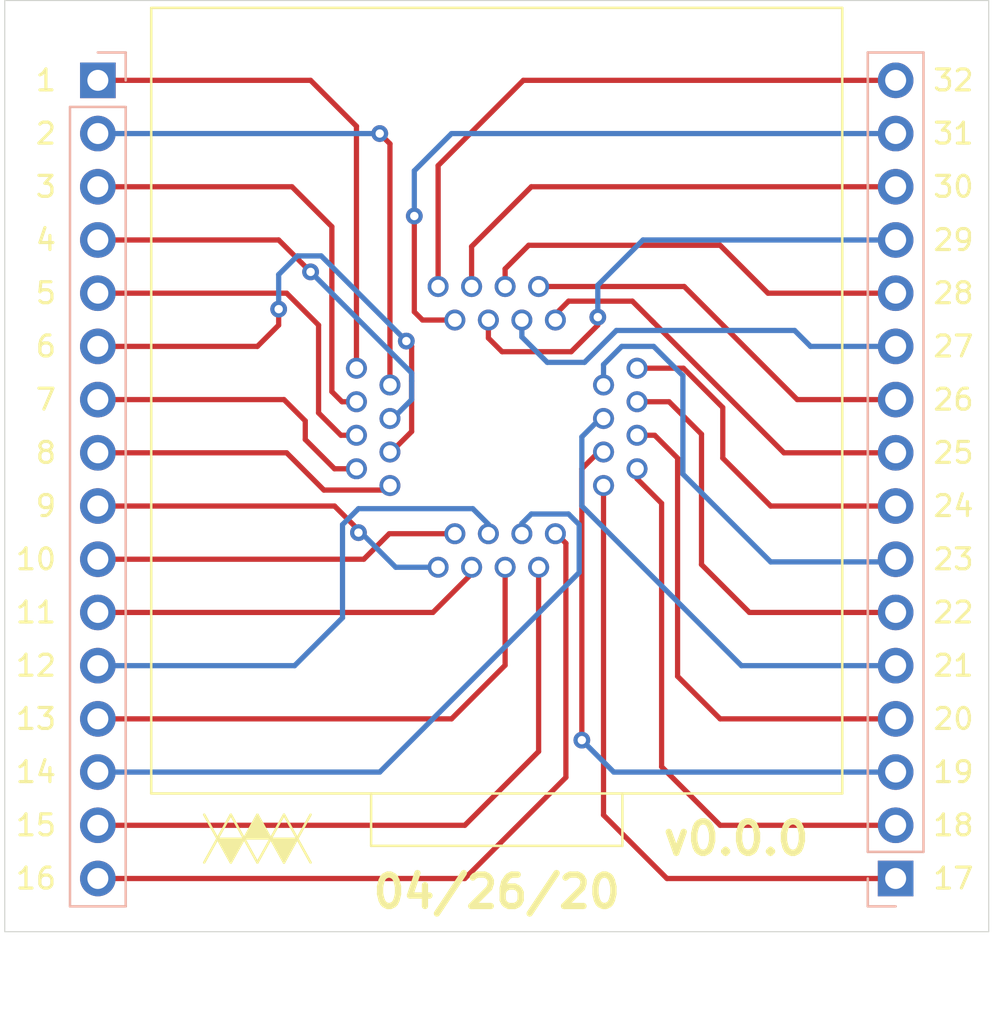
<source format=kicad_pcb>
(kicad_pcb (version 20171130) (host pcbnew "(5.1.2)-1")

  (general
    (thickness 1.6)
    (drawings 38)
    (tracks 172)
    (zones 0)
    (modules 4)
    (nets 33)
  )

  (page A4)
  (layers
    (0 F.Cu signal)
    (31 B.Cu signal)
    (32 B.Adhes user)
    (33 F.Adhes user)
    (34 B.Paste user)
    (35 F.Paste user)
    (36 B.SilkS user)
    (37 F.SilkS user)
    (38 B.Mask user)
    (39 F.Mask user)
    (40 Dwgs.User user)
    (41 Cmts.User user)
    (42 Eco1.User user)
    (43 Eco2.User user)
    (44 Edge.Cuts user)
    (45 Margin user)
    (46 B.CrtYd user)
    (47 F.CrtYd user)
    (48 B.Fab user)
    (49 F.Fab user)
  )

  (setup
    (last_trace_width 0.25)
    (trace_clearance 0.2)
    (zone_clearance 0.508)
    (zone_45_only no)
    (trace_min 0.2)
    (via_size 0.8)
    (via_drill 0.4)
    (via_min_size 0.4)
    (via_min_drill 0.3)
    (uvia_size 0.3)
    (uvia_drill 0.1)
    (uvias_allowed no)
    (uvia_min_size 0.2)
    (uvia_min_drill 0.1)
    (edge_width 0.05)
    (segment_width 0.2)
    (pcb_text_width 0.3)
    (pcb_text_size 1.5 1.5)
    (mod_edge_width 0.12)
    (mod_text_size 1 1)
    (mod_text_width 0.15)
    (pad_size 1.524 1.524)
    (pad_drill 0.762)
    (pad_to_mask_clearance 0.051)
    (solder_mask_min_width 0.25)
    (aux_axis_origin 0 0)
    (visible_elements 7FFFFFFF)
    (pcbplotparams
      (layerselection 0x010fc_ffffffff)
      (usegerberextensions false)
      (usegerberattributes false)
      (usegerberadvancedattributes false)
      (creategerberjobfile false)
      (excludeedgelayer true)
      (linewidth 0.100000)
      (plotframeref false)
      (viasonmask false)
      (mode 1)
      (useauxorigin false)
      (hpglpennumber 1)
      (hpglpenspeed 20)
      (hpglpendiameter 15.000000)
      (psnegative false)
      (psa4output false)
      (plotreference true)
      (plotvalue true)
      (plotinvisibletext false)
      (padsonsilk false)
      (subtractmaskfromsilk false)
      (outputformat 1)
      (mirror false)
      (drillshape 0)
      (scaleselection 1)
      (outputdirectory "gbr/"))
  )

  (net 0 "")
  (net 1 "Net-(J1-Pad8)")
  (net 2 "Net-(J1-Pad17)")
  (net 3 "Net-(J1-Pad19)")
  (net 4 "Net-(J1-Pad6)")
  (net 5 "Net-(J1-Pad2)")
  (net 6 "Net-(J1-Pad23)")
  (net 7 "Net-(J1-Pad21)")
  (net 8 "Net-(J1-Pad4)")
  (net 9 "Net-(J1-Pad5)")
  (net 10 "Net-(J1-Pad20)")
  (net 11 "Net-(J1-Pad3)")
  (net 12 "Net-(J1-Pad22)")
  (net 13 "Net-(J1-Pad24)")
  (net 14 "Net-(J1-Pad1)")
  (net 15 "Net-(J1-Pad18)")
  (net 16 "Net-(J1-Pad7)")
  (net 17 "Net-(J1-Pad14)")
  (net 18 "Net-(J1-Pad27)")
  (net 19 "Net-(J1-Pad12)")
  (net 20 "Net-(J1-Pad29)")
  (net 21 "Net-(J1-Pad31)")
  (net 22 "Net-(J1-Pad10)")
  (net 23 "Net-(J1-Pad9)")
  (net 24 "Net-(J1-Pad28)")
  (net 25 "Net-(J1-Pad15)")
  (net 26 "Net-(J1-Pad11)")
  (net 27 "Net-(J1-Pad30)")
  (net 28 "Net-(J1-Pad26)")
  (net 29 "Net-(J1-Pad13)")
  (net 30 "Net-(J1-Pad32)")
  (net 31 "Net-(J1-Pad25)")
  (net 32 "Net-(J1-Pad16)")

  (net_class Default "This is the default net class."
    (clearance 0.2)
    (trace_width 0.25)
    (via_dia 0.8)
    (via_drill 0.4)
    (uvia_dia 0.3)
    (uvia_drill 0.1)
    (add_net "Net-(J1-Pad1)")
    (add_net "Net-(J1-Pad10)")
    (add_net "Net-(J1-Pad11)")
    (add_net "Net-(J1-Pad12)")
    (add_net "Net-(J1-Pad13)")
    (add_net "Net-(J1-Pad14)")
    (add_net "Net-(J1-Pad15)")
    (add_net "Net-(J1-Pad16)")
    (add_net "Net-(J1-Pad17)")
    (add_net "Net-(J1-Pad18)")
    (add_net "Net-(J1-Pad19)")
    (add_net "Net-(J1-Pad2)")
    (add_net "Net-(J1-Pad20)")
    (add_net "Net-(J1-Pad21)")
    (add_net "Net-(J1-Pad22)")
    (add_net "Net-(J1-Pad23)")
    (add_net "Net-(J1-Pad24)")
    (add_net "Net-(J1-Pad25)")
    (add_net "Net-(J1-Pad26)")
    (add_net "Net-(J1-Pad27)")
    (add_net "Net-(J1-Pad28)")
    (add_net "Net-(J1-Pad29)")
    (add_net "Net-(J1-Pad3)")
    (add_net "Net-(J1-Pad30)")
    (add_net "Net-(J1-Pad31)")
    (add_net "Net-(J1-Pad32)")
    (add_net "Net-(J1-Pad4)")
    (add_net "Net-(J1-Pad5)")
    (add_net "Net-(J1-Pad6)")
    (add_net "Net-(J1-Pad7)")
    (add_net "Net-(J1-Pad8)")
    (add_net "Net-(J1-Pad9)")
  )

  (module Symbol:Logo_WM (layer F.Cu) (tedit 5EA02B73) (tstamp 5EA629F9)
    (at 121.92 109.855)
    (fp_text reference REF** (at 0 -2.286) (layer F.SilkS) hide
      (effects (font (size 1 1) (thickness 0.15)))
    )
    (fp_text value Logo_WM (at 0 2.032) (layer F.Fab)
      (effects (font (size 1 1) (thickness 0.15)))
    )
    (fp_poly (pts (xy 0.635 0) (xy 1.905 0) (xy 1.27 1.143)) (layer F.SilkS) (width 0.1))
    (fp_poly (pts (xy -0.635 0) (xy 0.635 0) (xy 0 -1.143)) (layer F.SilkS) (width 0.1))
    (fp_poly (pts (xy -1.905 0) (xy -0.635 0) (xy -1.27 1.143)) (layer F.SilkS) (width 0.1))
    (fp_line (start 1.905 0) (end 2.54 1.143) (layer F.SilkS) (width 0.12))
    (fp_line (start 2.54 -1.143) (end 1.905 0) (layer F.SilkS) (width 0.12))
    (fp_line (start -2.54 1.143) (end -1.905 0) (layer F.SilkS) (width 0.12))
    (fp_line (start -1.905 0) (end -2.54 -1.143) (layer F.SilkS) (width 0.12))
    (fp_line (start -0.635 0) (end -1.27 -1.143) (layer F.SilkS) (width 0.12))
    (fp_line (start -1.905 0) (end -1.27 1.143) (layer F.SilkS) (width 0.12))
    (fp_line (start -1.27 -1.143) (end -1.905 0) (layer F.SilkS) (width 0.12))
    (fp_line (start -1.27 1.143) (end -0.635 0) (layer F.SilkS) (width 0.12))
    (fp_line (start 1.27 -1.143) (end 0.635 0) (layer F.SilkS) (width 0.12))
    (fp_line (start 0.635 0) (end 1.27 1.143) (layer F.SilkS) (width 0.12))
    (fp_line (start 1.27 1.143) (end 1.905 0) (layer F.SilkS) (width 0.12))
    (fp_line (start 1.905 0) (end 1.27 -1.143) (layer F.SilkS) (width 0.12))
    (fp_line (start 0.635 0) (end 0 -1.143) (layer F.SilkS) (width 0.12))
    (fp_line (start 0 1.143) (end 0.635 0) (layer F.SilkS) (width 0.12))
    (fp_line (start -0.635 0) (end 0 1.143) (layer F.SilkS) (width 0.12))
    (fp_line (start 0 -1.143) (end -0.635 0) (layer F.SilkS) (width 0.12))
  )

  (module Connector_PinHeader_2.54mm:PinHeader_1x16_P2.54mm_Vertical (layer B.Cu) (tedit 59FED5CC) (tstamp 5EA607EC)
    (at 152.4 111.76)
    (descr "Through hole straight pin header, 1x16, 2.54mm pitch, single row")
    (tags "Through hole pin header THT 1x16 2.54mm single row")
    (path /5EA5C752)
    (fp_text reference J3 (at 0 2.33) (layer B.SilkS) hide
      (effects (font (size 1 1) (thickness 0.15)) (justify mirror))
    )
    (fp_text value Conn_01x16 (at 0 -40.43) (layer B.Fab)
      (effects (font (size 1 1) (thickness 0.15)) (justify mirror))
    )
    (fp_line (start -0.635 1.27) (end 1.27 1.27) (layer B.Fab) (width 0.1))
    (fp_line (start 1.27 1.27) (end 1.27 -39.37) (layer B.Fab) (width 0.1))
    (fp_line (start 1.27 -39.37) (end -1.27 -39.37) (layer B.Fab) (width 0.1))
    (fp_line (start -1.27 -39.37) (end -1.27 0.635) (layer B.Fab) (width 0.1))
    (fp_line (start -1.27 0.635) (end -0.635 1.27) (layer B.Fab) (width 0.1))
    (fp_line (start -1.33 -39.43) (end 1.33 -39.43) (layer B.SilkS) (width 0.12))
    (fp_line (start -1.33 -1.27) (end -1.33 -39.43) (layer B.SilkS) (width 0.12))
    (fp_line (start 1.33 -1.27) (end 1.33 -39.43) (layer B.SilkS) (width 0.12))
    (fp_line (start -1.33 -1.27) (end 1.33 -1.27) (layer B.SilkS) (width 0.12))
    (fp_line (start -1.33 0) (end -1.33 1.33) (layer B.SilkS) (width 0.12))
    (fp_line (start -1.33 1.33) (end 0 1.33) (layer B.SilkS) (width 0.12))
    (fp_line (start -1.8 1.8) (end -1.8 -39.9) (layer B.CrtYd) (width 0.05))
    (fp_line (start -1.8 -39.9) (end 1.8 -39.9) (layer B.CrtYd) (width 0.05))
    (fp_line (start 1.8 -39.9) (end 1.8 1.8) (layer B.CrtYd) (width 0.05))
    (fp_line (start 1.8 1.8) (end -1.8 1.8) (layer B.CrtYd) (width 0.05))
    (fp_text user %R (at 0 -19.05 270) (layer B.Fab)
      (effects (font (size 1 1) (thickness 0.15)) (justify mirror))
    )
    (pad 1 thru_hole rect (at 0 0) (size 1.7 1.7) (drill 1) (layers *.Cu *.Mask)
      (net 2 "Net-(J1-Pad17)"))
    (pad 2 thru_hole oval (at 0 -2.54) (size 1.7 1.7) (drill 1) (layers *.Cu *.Mask)
      (net 15 "Net-(J1-Pad18)"))
    (pad 3 thru_hole oval (at 0 -5.08) (size 1.7 1.7) (drill 1) (layers *.Cu *.Mask)
      (net 3 "Net-(J1-Pad19)"))
    (pad 4 thru_hole oval (at 0 -7.62) (size 1.7 1.7) (drill 1) (layers *.Cu *.Mask)
      (net 10 "Net-(J1-Pad20)"))
    (pad 5 thru_hole oval (at 0 -10.16) (size 1.7 1.7) (drill 1) (layers *.Cu *.Mask)
      (net 7 "Net-(J1-Pad21)"))
    (pad 6 thru_hole oval (at 0 -12.7) (size 1.7 1.7) (drill 1) (layers *.Cu *.Mask)
      (net 12 "Net-(J1-Pad22)"))
    (pad 7 thru_hole oval (at 0 -15.24) (size 1.7 1.7) (drill 1) (layers *.Cu *.Mask)
      (net 6 "Net-(J1-Pad23)"))
    (pad 8 thru_hole oval (at 0 -17.78) (size 1.7 1.7) (drill 1) (layers *.Cu *.Mask)
      (net 13 "Net-(J1-Pad24)"))
    (pad 9 thru_hole oval (at 0 -20.32) (size 1.7 1.7) (drill 1) (layers *.Cu *.Mask)
      (net 31 "Net-(J1-Pad25)"))
    (pad 10 thru_hole oval (at 0 -22.86) (size 1.7 1.7) (drill 1) (layers *.Cu *.Mask)
      (net 28 "Net-(J1-Pad26)"))
    (pad 11 thru_hole oval (at 0 -25.4) (size 1.7 1.7) (drill 1) (layers *.Cu *.Mask)
      (net 18 "Net-(J1-Pad27)"))
    (pad 12 thru_hole oval (at 0 -27.94) (size 1.7 1.7) (drill 1) (layers *.Cu *.Mask)
      (net 24 "Net-(J1-Pad28)"))
    (pad 13 thru_hole oval (at 0 -30.48) (size 1.7 1.7) (drill 1) (layers *.Cu *.Mask)
      (net 20 "Net-(J1-Pad29)"))
    (pad 14 thru_hole oval (at 0 -33.02) (size 1.7 1.7) (drill 1) (layers *.Cu *.Mask)
      (net 27 "Net-(J1-Pad30)"))
    (pad 15 thru_hole oval (at 0 -35.56) (size 1.7 1.7) (drill 1) (layers *.Cu *.Mask)
      (net 21 "Net-(J1-Pad31)"))
    (pad 16 thru_hole oval (at 0 -38.1) (size 1.7 1.7) (drill 1) (layers *.Cu *.Mask)
      (net 30 "Net-(J1-Pad32)"))
    (model ${KISYS3DMOD}/Connector_PinHeader_2.54mm.3dshapes/PinHeader_1x16_P2.54mm_Vertical.wrl
      (at (xyz 0 0 0))
      (scale (xyz 1 1 1))
      (rotate (xyz 0 0 0))
    )
  )

  (module Connector_PinHeader_2.54mm:PinHeader_1x16_P2.54mm_Vertical (layer B.Cu) (tedit 59FED5CC) (tstamp 5EA607C8)
    (at 114.3 73.66 180)
    (descr "Through hole straight pin header, 1x16, 2.54mm pitch, single row")
    (tags "Through hole pin header THT 1x16 2.54mm single row")
    (path /5EA5B4EF)
    (fp_text reference J2 (at 0 2.33) (layer B.SilkS) hide
      (effects (font (size 1 1) (thickness 0.15)) (justify mirror))
    )
    (fp_text value Conn_01x16 (at 0 -40.43) (layer B.Fab)
      (effects (font (size 1 1) (thickness 0.15)) (justify mirror))
    )
    (fp_text user %R (at 0 -19.05 270) (layer B.Fab)
      (effects (font (size 1 1) (thickness 0.15)) (justify mirror))
    )
    (fp_line (start 1.8 1.8) (end -1.8 1.8) (layer B.CrtYd) (width 0.05))
    (fp_line (start 1.8 -39.9) (end 1.8 1.8) (layer B.CrtYd) (width 0.05))
    (fp_line (start -1.8 -39.9) (end 1.8 -39.9) (layer B.CrtYd) (width 0.05))
    (fp_line (start -1.8 1.8) (end -1.8 -39.9) (layer B.CrtYd) (width 0.05))
    (fp_line (start -1.33 1.33) (end 0 1.33) (layer B.SilkS) (width 0.12))
    (fp_line (start -1.33 0) (end -1.33 1.33) (layer B.SilkS) (width 0.12))
    (fp_line (start -1.33 -1.27) (end 1.33 -1.27) (layer B.SilkS) (width 0.12))
    (fp_line (start 1.33 -1.27) (end 1.33 -39.43) (layer B.SilkS) (width 0.12))
    (fp_line (start -1.33 -1.27) (end -1.33 -39.43) (layer B.SilkS) (width 0.12))
    (fp_line (start -1.33 -39.43) (end 1.33 -39.43) (layer B.SilkS) (width 0.12))
    (fp_line (start -1.27 0.635) (end -0.635 1.27) (layer B.Fab) (width 0.1))
    (fp_line (start -1.27 -39.37) (end -1.27 0.635) (layer B.Fab) (width 0.1))
    (fp_line (start 1.27 -39.37) (end -1.27 -39.37) (layer B.Fab) (width 0.1))
    (fp_line (start 1.27 1.27) (end 1.27 -39.37) (layer B.Fab) (width 0.1))
    (fp_line (start -0.635 1.27) (end 1.27 1.27) (layer B.Fab) (width 0.1))
    (pad 16 thru_hole oval (at 0 -38.1 180) (size 1.7 1.7) (drill 1) (layers *.Cu *.Mask)
      (net 32 "Net-(J1-Pad16)"))
    (pad 15 thru_hole oval (at 0 -35.56 180) (size 1.7 1.7) (drill 1) (layers *.Cu *.Mask)
      (net 25 "Net-(J1-Pad15)"))
    (pad 14 thru_hole oval (at 0 -33.02 180) (size 1.7 1.7) (drill 1) (layers *.Cu *.Mask)
      (net 17 "Net-(J1-Pad14)"))
    (pad 13 thru_hole oval (at 0 -30.48 180) (size 1.7 1.7) (drill 1) (layers *.Cu *.Mask)
      (net 29 "Net-(J1-Pad13)"))
    (pad 12 thru_hole oval (at 0 -27.94 180) (size 1.7 1.7) (drill 1) (layers *.Cu *.Mask)
      (net 19 "Net-(J1-Pad12)"))
    (pad 11 thru_hole oval (at 0 -25.4 180) (size 1.7 1.7) (drill 1) (layers *.Cu *.Mask)
      (net 26 "Net-(J1-Pad11)"))
    (pad 10 thru_hole oval (at 0 -22.86 180) (size 1.7 1.7) (drill 1) (layers *.Cu *.Mask)
      (net 22 "Net-(J1-Pad10)"))
    (pad 9 thru_hole oval (at 0 -20.32 180) (size 1.7 1.7) (drill 1) (layers *.Cu *.Mask)
      (net 23 "Net-(J1-Pad9)"))
    (pad 8 thru_hole oval (at 0 -17.78 180) (size 1.7 1.7) (drill 1) (layers *.Cu *.Mask)
      (net 1 "Net-(J1-Pad8)"))
    (pad 7 thru_hole oval (at 0 -15.24 180) (size 1.7 1.7) (drill 1) (layers *.Cu *.Mask)
      (net 16 "Net-(J1-Pad7)"))
    (pad 6 thru_hole oval (at 0 -12.7 180) (size 1.7 1.7) (drill 1) (layers *.Cu *.Mask)
      (net 4 "Net-(J1-Pad6)"))
    (pad 5 thru_hole oval (at 0 -10.16 180) (size 1.7 1.7) (drill 1) (layers *.Cu *.Mask)
      (net 9 "Net-(J1-Pad5)"))
    (pad 4 thru_hole oval (at 0 -7.62 180) (size 1.7 1.7) (drill 1) (layers *.Cu *.Mask)
      (net 8 "Net-(J1-Pad4)"))
    (pad 3 thru_hole oval (at 0 -5.08 180) (size 1.7 1.7) (drill 1) (layers *.Cu *.Mask)
      (net 11 "Net-(J1-Pad3)"))
    (pad 2 thru_hole oval (at 0 -2.54 180) (size 1.7 1.7) (drill 1) (layers *.Cu *.Mask)
      (net 5 "Net-(J1-Pad2)"))
    (pad 1 thru_hole rect (at 0 0 180) (size 1.7 1.7) (drill 1) (layers *.Cu *.Mask)
      (net 14 "Net-(J1-Pad1)"))
    (model ${KISYS3DMOD}/Connector_PinHeader_2.54mm.3dshapes/PinHeader_1x16_P2.54mm_Vertical.wrl
      (at (xyz 0 0 0))
      (scale (xyz 1 1 1))
      (rotate (xyz 0 0 0))
    )
  )

  (module Socket:QFP_Socket-32_Yamaichi_IC51-0324-1498 (layer F.Cu) (tedit 5EA59C45) (tstamp 5EA607A4)
    (at 133.35 92.202)
    (path /5EA883DD)
    (fp_text reference J1 (at 0 23.5) (layer F.SilkS) hide
      (effects (font (size 1 1) (thickness 0.15)))
    )
    (fp_text value Conn_01x32 (at 0 25.654) (layer F.Fab)
      (effects (font (size 1 1) (thickness 0.15)))
    )
    (fp_line (start 6 18) (end 6 15.5) (layer F.SilkS) (width 0.12))
    (fp_line (start -6 18) (end -6 15.5) (layer F.SilkS) (width 0.12))
    (fp_line (start 6 18) (end -6 18) (layer F.SilkS) (width 0.12))
    (fp_line (start 16.5 -22) (end -16.5 -22) (layer F.SilkS) (width 0.12))
    (fp_line (start 16.5 15.5) (end 16.5 -22) (layer F.SilkS) (width 0.12))
    (fp_line (start -16.5 15.5) (end 16.5 15.5) (layer F.SilkS) (width 0.12))
    (fp_line (start -16.5 -22) (end -16.5 15.5) (layer F.SilkS) (width 0.12))
    (fp_line (start 16.5 22) (end -16.5 22) (layer F.CrtYd) (width 0.12))
    (fp_line (start 16.5 22) (end 16.5 -22) (layer F.CrtYd) (width 0.12))
    (fp_line (start 16.5 -22) (end -16.5 -22) (layer F.CrtYd) (width 0.12))
    (fp_line (start -16.5 -22) (end -16.5 22) (layer F.CrtYd) (width 0.12))
    (fp_line (start 6.7 -2) (end -6.7 -2) (layer Eco1.User) (width 0.12))
    (fp_line (start 0 -8.7) (end 0 4.7) (layer Eco1.User) (width 0.12))
    (pad 8 thru_hole circle (at -5.1 0.8) (size 1 1) (drill 0.65) (layers *.Cu *.Mask)
      (net 1 "Net-(J1-Pad8)"))
    (pad 17 thru_hole circle (at 5.1 0.8) (size 1 1) (drill 0.65) (layers *.Cu *.Mask)
      (net 2 "Net-(J1-Pad17)"))
    (pad 19 thru_hole circle (at 5.1 -0.8) (size 1 1) (drill 0.65) (layers *.Cu *.Mask)
      (net 3 "Net-(J1-Pad19)"))
    (pad 6 thru_hole circle (at -5.1 -0.8) (size 1 1) (drill 0.65) (layers *.Cu *.Mask)
      (net 4 "Net-(J1-Pad6)"))
    (pad 2 thru_hole circle (at -5.1 -4) (size 1 1) (drill 0.65) (layers *.Cu *.Mask)
      (net 5 "Net-(J1-Pad2)"))
    (pad 23 thru_hole circle (at 5.1 -4) (size 1 1) (drill 0.65) (layers *.Cu *.Mask)
      (net 6 "Net-(J1-Pad23)"))
    (pad 21 thru_hole circle (at 5.1 -2.4) (size 1 1) (drill 0.65) (layers *.Cu *.Mask)
      (net 7 "Net-(J1-Pad21)"))
    (pad 4 thru_hole circle (at -5.1 -2.4) (size 1 1) (drill 0.65) (layers *.Cu *.Mask)
      (net 8 "Net-(J1-Pad4)"))
    (pad 5 thru_hole circle (at -6.7 -1.6) (size 1 1) (drill 0.65) (layers *.Cu *.Mask)
      (net 9 "Net-(J1-Pad5)"))
    (pad 20 thru_hole circle (at 6.7 -1.6) (size 1 1) (drill 0.65) (layers *.Cu *.Mask)
      (net 10 "Net-(J1-Pad20)"))
    (pad 3 thru_hole circle (at -6.7 -3.2) (size 1 1) (drill 0.65) (layers *.Cu *.Mask)
      (net 11 "Net-(J1-Pad3)"))
    (pad 22 thru_hole circle (at 6.7 -3.2) (size 1 1) (drill 0.65) (layers *.Cu *.Mask)
      (net 12 "Net-(J1-Pad22)"))
    (pad 24 thru_hole circle (at 6.7 -4.8) (size 1 1) (drill 0.65) (layers *.Cu *.Mask)
      (net 13 "Net-(J1-Pad24)"))
    (pad 1 thru_hole circle (at -6.7 -4.8) (size 1 1) (drill 0.65) (layers *.Cu *.Mask)
      (net 14 "Net-(J1-Pad1)"))
    (pad 18 thru_hole circle (at 6.7 0) (size 1 1) (drill 0.65) (layers *.Cu *.Mask)
      (net 15 "Net-(J1-Pad18)"))
    (pad 7 thru_hole circle (at -6.7 0) (size 1 1) (drill 0.65) (layers *.Cu *.Mask)
      (net 16 "Net-(J1-Pad7)"))
    (pad 14 thru_hole circle (at 1.2 3.1 90) (size 1 1) (drill 0.65) (layers *.Cu *.Mask)
      (net 17 "Net-(J1-Pad14)"))
    (pad 27 thru_hole circle (at 1.2 -7.1 90) (size 1 1) (drill 0.65) (layers *.Cu *.Mask)
      (net 18 "Net-(J1-Pad27)"))
    (pad 12 thru_hole circle (at -0.4 3.1 90) (size 1 1) (drill 0.65) (layers *.Cu *.Mask)
      (net 19 "Net-(J1-Pad12)"))
    (pad 29 thru_hole circle (at -0.4 -7.1 90) (size 1 1) (drill 0.65) (layers *.Cu *.Mask)
      (net 20 "Net-(J1-Pad29)"))
    (pad 31 thru_hole circle (at -2 -7.1 90) (size 1 1) (drill 0.65) (layers *.Cu *.Mask)
      (net 21 "Net-(J1-Pad31)"))
    (pad 10 thru_hole circle (at -2 3.1 90) (size 1 1) (drill 0.65) (layers *.Cu *.Mask)
      (net 22 "Net-(J1-Pad10)"))
    (pad 9 thru_hole circle (at -2.8 4.7 90) (size 1 1) (drill 0.65) (layers *.Cu *.Mask)
      (net 23 "Net-(J1-Pad9)"))
    (pad 28 thru_hole circle (at 0.4 -8.7 90) (size 1 1) (drill 0.65) (layers *.Cu *.Mask)
      (net 24 "Net-(J1-Pad28)"))
    (pad 15 thru_hole circle (at 2 4.7 90) (size 1 1) (drill 0.65) (layers *.Cu *.Mask)
      (net 25 "Net-(J1-Pad15)"))
    (pad 11 thru_hole circle (at -1.2 4.7 90) (size 1 1) (drill 0.65) (layers *.Cu *.Mask)
      (net 26 "Net-(J1-Pad11)"))
    (pad 30 thru_hole circle (at -1.2 -8.7 90) (size 1 1) (drill 0.65) (layers *.Cu *.Mask)
      (net 27 "Net-(J1-Pad30)"))
    (pad 26 thru_hole circle (at 2 -8.7 90) (size 1 1) (drill 0.65) (layers *.Cu *.Mask)
      (net 28 "Net-(J1-Pad26)"))
    (pad 13 thru_hole circle (at 0.4 4.7 90) (size 1 1) (drill 0.65) (layers *.Cu *.Mask)
      (net 29 "Net-(J1-Pad13)"))
    (pad 32 thru_hole circle (at -2.8 -8.7 90) (size 1 1) (drill 0.65) (layers *.Cu *.Mask)
      (net 30 "Net-(J1-Pad32)"))
    (pad 25 thru_hole circle (at 2.8 -7.1 90) (size 1 1) (drill 0.65) (layers *.Cu *.Mask)
      (net 31 "Net-(J1-Pad25)"))
    (pad 16 thru_hole circle (at 2.8 3.1 90) (size 1 1) (drill 0.65) (layers *.Cu *.Mask)
      (net 32 "Net-(J1-Pad16)"))
  )

  (gr_text v0.0.0 (at 144.78 109.855) (layer F.SilkS)
    (effects (font (size 1.5 1.5) (thickness 0.3)))
  )
  (gr_text 26 (at 156.21 88.9) (layer F.SilkS) (tstamp 5EA63999)
    (effects (font (size 1 1) (thickness 0.15)) (justify right))
  )
  (gr_text 22 (at 156.21 99.06) (layer F.SilkS) (tstamp 5EA63998)
    (effects (font (size 1 1) (thickness 0.15)) (justify right))
  )
  (gr_text 19 (at 156.21 106.68) (layer F.SilkS) (tstamp 5EA63997)
    (effects (font (size 1 1) (thickness 0.15)) (justify right))
  )
  (gr_text 30 (at 156.21 78.74) (layer F.SilkS) (tstamp 5EA63996)
    (effects (font (size 1 1) (thickness 0.15)) (justify right))
  )
  (gr_text 28 (at 156.21 83.82) (layer F.SilkS) (tstamp 5EA63995)
    (effects (font (size 1 1) (thickness 0.15)) (justify right))
  )
  (gr_text 21 (at 156.21 101.6) (layer F.SilkS) (tstamp 5EA63994)
    (effects (font (size 1 1) (thickness 0.15)) (justify right))
  )
  (gr_text 23 (at 156.21 96.52) (layer F.SilkS) (tstamp 5EA63993)
    (effects (font (size 1 1) (thickness 0.15)) (justify right))
  )
  (gr_text 29 (at 156.21 81.28) (layer F.SilkS) (tstamp 5EA63992)
    (effects (font (size 1 1) (thickness 0.15)) (justify right))
  )
  (gr_text 25 (at 156.21 91.44) (layer F.SilkS) (tstamp 5EA63991)
    (effects (font (size 1 1) (thickness 0.15)) (justify right))
  )
  (gr_text 20 (at 156.21 104.14) (layer F.SilkS) (tstamp 5EA63990)
    (effects (font (size 1 1) (thickness 0.15)) (justify right))
  )
  (gr_text 18 (at 156.21 109.22) (layer F.SilkS) (tstamp 5EA6398F)
    (effects (font (size 1 1) (thickness 0.15)) (justify right))
  )
  (gr_text 17 (at 156.21 111.76) (layer F.SilkS) (tstamp 5EA6398E)
    (effects (font (size 1 1) (thickness 0.15)) (justify right))
  )
  (gr_text 27 (at 156.21 86.36) (layer F.SilkS) (tstamp 5EA6398D)
    (effects (font (size 1 1) (thickness 0.15)) (justify right))
  )
  (gr_text 24 (at 156.21 93.98) (layer F.SilkS) (tstamp 5EA6398C)
    (effects (font (size 1 1) (thickness 0.15)) (justify right))
  )
  (gr_text 32 (at 156.21 73.66) (layer F.SilkS) (tstamp 5EA6398B)
    (effects (font (size 1 1) (thickness 0.15)) (justify right))
  )
  (gr_text 31 (at 156.21 76.2) (layer F.SilkS) (tstamp 5EA6398A)
    (effects (font (size 1 1) (thickness 0.15)) (justify right))
  )
  (gr_text 15 (at 112.395 109.22) (layer F.SilkS) (tstamp 5EA63980)
    (effects (font (size 1 1) (thickness 0.15)) (justify right))
  )
  (gr_text 11 (at 112.395 99.06) (layer F.SilkS) (tstamp 5EA6397F)
    (effects (font (size 1 1) (thickness 0.15)) (justify right))
  )
  (gr_text 13 (at 112.395 104.14) (layer F.SilkS) (tstamp 5EA6397E)
    (effects (font (size 1 1) (thickness 0.15)) (justify right))
  )
  (gr_text 12 (at 112.395 101.6) (layer F.SilkS) (tstamp 5EA6397D)
    (effects (font (size 1 1) (thickness 0.15)) (justify right))
  )
  (gr_text 16 (at 112.395 111.76) (layer F.SilkS) (tstamp 5EA6397C)
    (effects (font (size 1 1) (thickness 0.15)) (justify right))
  )
  (gr_text 14 (at 112.395 106.68) (layer F.SilkS) (tstamp 5EA6397B)
    (effects (font (size 1 1) (thickness 0.15)) (justify right))
  )
  (gr_text 9 (at 112.395 93.98) (layer F.SilkS) (tstamp 5EA6397A)
    (effects (font (size 1 1) (thickness 0.15)) (justify right))
  )
  (gr_text 10 (at 112.395 96.52) (layer F.SilkS) (tstamp 5EA63979)
    (effects (font (size 1 1) (thickness 0.15)) (justify right))
  )
  (gr_text 7 (at 112.395 88.9) (layer F.SilkS) (tstamp 5EA63973)
    (effects (font (size 1 1) (thickness 0.15)) (justify right))
  )
  (gr_text 8 (at 112.395 91.44) (layer F.SilkS) (tstamp 5EA63972)
    (effects (font (size 1 1) (thickness 0.15)) (justify right))
  )
  (gr_text 5 (at 112.395 83.82) (layer F.SilkS) (tstamp 5EA63971)
    (effects (font (size 1 1) (thickness 0.15)) (justify right))
  )
  (gr_text 6 (at 112.395 86.36) (layer F.SilkS) (tstamp 5EA63970)
    (effects (font (size 1 1) (thickness 0.15)) (justify right))
  )
  (gr_text 3 (at 112.395 78.74) (layer F.SilkS) (tstamp 5EA6396C)
    (effects (font (size 1 1) (thickness 0.15)) (justify right))
  )
  (gr_text 4 (at 112.395 81.28) (layer F.SilkS) (tstamp 5EA6396B)
    (effects (font (size 1 1) (thickness 0.15)) (justify right))
  )
  (gr_text 2 (at 112.395 76.2) (layer F.SilkS)
    (effects (font (size 1 1) (thickness 0.15)) (justify right))
  )
  (gr_text 1 (at 112.395 73.66) (layer F.SilkS)
    (effects (font (size 1 1) (thickness 0.15)) (justify right))
  )
  (gr_text 04/26/20 (at 133.35 112.395) (layer F.SilkS)
    (effects (font (size 1.5 1.5) (thickness 0.3)))
  )
  (gr_line (start 109.855 114.3) (end 109.855 69.85) (layer Edge.Cuts) (width 0.05) (tstamp 5EA62245))
  (gr_line (start 156.845 114.3) (end 109.855 114.3) (layer Edge.Cuts) (width 0.05))
  (gr_line (start 156.845 69.85) (end 156.845 114.3) (layer Edge.Cuts) (width 0.05))
  (gr_line (start 109.855 69.85) (end 156.845 69.85) (layer Edge.Cuts) (width 0.05))

  (segment (start 128.25 93.002) (end 128.232 93.002) (width 0.25) (layer F.Cu) (net 1))
  (segment (start 128.232 93.002) (end 128.016 93.218) (width 0.25) (layer F.Cu) (net 1))
  (segment (start 128.016 93.218) (end 125.095 93.218) (width 0.25) (layer F.Cu) (net 1))
  (segment (start 123.317 91.44) (end 114.3 91.44) (width 0.25) (layer F.Cu) (net 1))
  (segment (start 125.095 93.218) (end 123.317 91.44) (width 0.25) (layer F.Cu) (net 1))
  (segment (start 138.45 93.002) (end 138.45 108.732) (width 0.25) (layer F.Cu) (net 2))
  (segment (start 138.45 108.732) (end 141.478 111.76) (width 0.25) (layer F.Cu) (net 2))
  (segment (start 141.478 111.76) (end 152.4 111.76) (width 0.25) (layer F.Cu) (net 2))
  (segment (start 138.45 91.402) (end 138.214 91.402) (width 0.25) (layer F.Cu) (net 3))
  (segment (start 138.214 91.402) (end 137.414 92.202) (width 0.25) (layer F.Cu) (net 3))
  (via (at 137.414 105.156) (size 0.8) (drill 0.4) (layers F.Cu B.Cu) (net 3))
  (segment (start 137.414 92.202) (end 137.414 105.156) (width 0.25) (layer F.Cu) (net 3))
  (segment (start 138.938 106.68) (end 152.4 106.68) (width 0.25) (layer B.Cu) (net 3))
  (segment (start 137.414 105.156) (end 138.938 106.68) (width 0.25) (layer B.Cu) (net 3))
  (segment (start 128.25 91.402) (end 128.308 91.402) (width 0.25) (layer F.Cu) (net 4))
  (segment (start 128.308 91.402) (end 129.286 90.424) (width 0.25) (layer F.Cu) (net 4))
  (via (at 129.032 86.106) (size 0.8) (drill 0.4) (layers F.Cu B.Cu) (net 4))
  (segment (start 129.286 90.424) (end 129.286 86.36) (width 0.25) (layer F.Cu) (net 4))
  (segment (start 129.286 86.36) (end 129.032 86.106) (width 0.25) (layer F.Cu) (net 4))
  (segment (start 129.032 86.106) (end 124.968 82.042) (width 0.25) (layer B.Cu) (net 4))
  (segment (start 124.968 82.042) (end 123.825 82.042) (width 0.25) (layer B.Cu) (net 4))
  (via (at 122.936 84.582) (size 0.8) (drill 0.4) (layers F.Cu B.Cu) (net 4))
  (segment (start 123.825 82.042) (end 122.936 82.931) (width 0.25) (layer B.Cu) (net 4))
  (segment (start 122.936 82.931) (end 122.936 84.582) (width 0.25) (layer B.Cu) (net 4))
  (segment (start 122.936 84.582) (end 122.936 85.344) (width 0.25) (layer F.Cu) (net 4))
  (segment (start 121.92 86.36) (end 114.3 86.36) (width 0.25) (layer F.Cu) (net 4))
  (segment (start 122.936 85.344) (end 121.92 86.36) (width 0.25) (layer F.Cu) (net 4))
  (via (at 127.762 76.2) (size 0.8) (drill 0.4) (layers F.Cu B.Cu) (net 5))
  (segment (start 128.25 88.202) (end 128.25 76.688) (width 0.25) (layer F.Cu) (net 5))
  (segment (start 128.25 76.688) (end 127.762 76.2) (width 0.25) (layer F.Cu) (net 5))
  (segment (start 127.762 76.2) (end 114.3 76.2) (width 0.25) (layer B.Cu) (net 5))
  (segment (start 138.45 88.202) (end 138.45 87.229) (width 0.25) (layer B.Cu) (net 6))
  (segment (start 138.45 87.229) (end 139.319 86.36) (width 0.25) (layer B.Cu) (net 6))
  (segment (start 139.319 86.36) (end 140.843 86.36) (width 0.25) (layer B.Cu) (net 6))
  (segment (start 140.843 86.36) (end 142.24 87.757) (width 0.25) (layer B.Cu) (net 6))
  (segment (start 142.24 87.757) (end 142.24 92.456) (width 0.25) (layer B.Cu) (net 6))
  (segment (start 142.24 92.456) (end 146.431 96.647) (width 0.25) (layer B.Cu) (net 6))
  (segment (start 152.273 96.647) (end 152.4 96.52) (width 0.25) (layer B.Cu) (net 6))
  (segment (start 146.431 96.647) (end 152.273 96.647) (width 0.25) (layer B.Cu) (net 6))
  (segment (start 138.45 89.802) (end 138.29 89.802) (width 0.25) (layer B.Cu) (net 7))
  (segment (start 138.29 89.802) (end 137.414 90.678) (width 0.25) (layer B.Cu) (net 7))
  (segment (start 137.414 90.678) (end 137.414 93.98) (width 0.25) (layer B.Cu) (net 7))
  (segment (start 145.034 101.6) (end 152.4 101.6) (width 0.25) (layer B.Cu) (net 7))
  (segment (start 137.414 93.98) (end 145.034 101.6) (width 0.25) (layer B.Cu) (net 7))
  (segment (start 128.25 89.802) (end 128.384 89.802) (width 0.25) (layer B.Cu) (net 8))
  (segment (start 128.384 89.802) (end 129.286 88.9) (width 0.25) (layer B.Cu) (net 8))
  (segment (start 129.286 88.9) (end 129.286 88.011) (width 0.25) (layer B.Cu) (net 8))
  (via (at 124.46 82.804) (size 0.8) (drill 0.4) (layers F.Cu B.Cu) (net 8))
  (segment (start 129.286 88.011) (end 129.286 87.63) (width 0.25) (layer B.Cu) (net 8))
  (segment (start 129.286 87.63) (end 124.46 82.804) (width 0.25) (layer B.Cu) (net 8))
  (segment (start 122.936 81.28) (end 114.3 81.28) (width 0.25) (layer F.Cu) (net 8))
  (segment (start 124.46 82.804) (end 122.936 81.28) (width 0.25) (layer F.Cu) (net 8))
  (segment (start 126.65 90.602) (end 125.908 90.602) (width 0.25) (layer F.Cu) (net 9))
  (segment (start 125.908 90.602) (end 124.841 89.535) (width 0.25) (layer F.Cu) (net 9))
  (segment (start 124.841 89.535) (end 124.841 85.344) (width 0.25) (layer F.Cu) (net 9))
  (segment (start 123.317 83.82) (end 114.3 83.82) (width 0.25) (layer F.Cu) (net 9))
  (segment (start 124.841 85.344) (end 123.317 83.82) (width 0.25) (layer F.Cu) (net 9))
  (segment (start 140.05 90.602) (end 140.894 90.602) (width 0.25) (layer F.Cu) (net 10))
  (segment (start 140.894 90.602) (end 141.986 91.694) (width 0.25) (layer F.Cu) (net 10))
  (segment (start 141.986 91.694) (end 141.986 102.108) (width 0.25) (layer F.Cu) (net 10))
  (segment (start 144.018 104.14) (end 152.4 104.14) (width 0.25) (layer F.Cu) (net 10))
  (segment (start 141.986 102.108) (end 144.018 104.14) (width 0.25) (layer F.Cu) (net 10))
  (segment (start 126.65 89.002) (end 125.959 89.002) (width 0.25) (layer F.Cu) (net 11))
  (segment (start 125.959 89.002) (end 125.476 88.519) (width 0.25) (layer F.Cu) (net 11))
  (segment (start 125.476 88.519) (end 125.476 80.645) (width 0.25) (layer F.Cu) (net 11))
  (segment (start 123.571 78.74) (end 114.3 78.74) (width 0.25) (layer F.Cu) (net 11))
  (segment (start 125.476 80.645) (end 123.571 78.74) (width 0.25) (layer F.Cu) (net 11))
  (segment (start 140.05 89.002) (end 141.58 89.002) (width 0.25) (layer F.Cu) (net 12))
  (segment (start 141.58 89.002) (end 143.129 90.551) (width 0.25) (layer F.Cu) (net 12))
  (segment (start 143.129 90.551) (end 143.129 96.774) (width 0.25) (layer F.Cu) (net 12))
  (segment (start 145.415 99.06) (end 152.4 99.06) (width 0.25) (layer F.Cu) (net 12))
  (segment (start 143.129 96.774) (end 145.415 99.06) (width 0.25) (layer F.Cu) (net 12))
  (segment (start 140.05 87.402) (end 142.266 87.402) (width 0.25) (layer F.Cu) (net 13))
  (segment (start 142.266 87.402) (end 144.145 89.281) (width 0.25) (layer F.Cu) (net 13))
  (segment (start 144.145 89.281) (end 144.145 91.694) (width 0.25) (layer F.Cu) (net 13))
  (segment (start 146.431 93.98) (end 152.4 93.98) (width 0.25) (layer F.Cu) (net 13))
  (segment (start 144.145 91.694) (end 146.431 93.98) (width 0.25) (layer F.Cu) (net 13))
  (segment (start 126.65 87.402) (end 126.65 75.85) (width 0.25) (layer F.Cu) (net 14))
  (segment (start 124.46 73.66) (end 114.3 73.66) (width 0.25) (layer F.Cu) (net 14))
  (segment (start 126.65 75.85) (end 124.46 73.66) (width 0.25) (layer F.Cu) (net 14))
  (segment (start 140.05 92.202) (end 140.05 92.679) (width 0.25) (layer F.Cu) (net 15))
  (segment (start 140.05 92.679) (end 141.224 93.853) (width 0.25) (layer F.Cu) (net 15))
  (segment (start 141.224 93.853) (end 141.224 106.426) (width 0.25) (layer F.Cu) (net 15))
  (segment (start 144.018 109.22) (end 152.4 109.22) (width 0.25) (layer F.Cu) (net 15))
  (segment (start 141.224 106.426) (end 144.018 109.22) (width 0.25) (layer F.Cu) (net 15))
  (segment (start 126.65 92.202) (end 125.603 92.202) (width 0.25) (layer F.Cu) (net 16))
  (segment (start 125.603 92.202) (end 124.206 90.805) (width 0.25) (layer F.Cu) (net 16))
  (segment (start 124.206 90.805) (end 124.206 89.916) (width 0.25) (layer F.Cu) (net 16))
  (segment (start 123.19 88.9) (end 114.3 88.9) (width 0.25) (layer F.Cu) (net 16))
  (segment (start 124.206 89.916) (end 123.19 88.9) (width 0.25) (layer F.Cu) (net 16))
  (segment (start 134.55 95.302) (end 134.55 94.812) (width 0.25) (layer B.Cu) (net 17))
  (segment (start 134.55 94.812) (end 135.001 94.361) (width 0.25) (layer B.Cu) (net 17))
  (segment (start 135.001 94.361) (end 136.779 94.361) (width 0.25) (layer B.Cu) (net 17))
  (segment (start 136.779 94.361) (end 137.287 94.869) (width 0.25) (layer B.Cu) (net 17))
  (segment (start 137.287 94.869) (end 137.287 97.155) (width 0.25) (layer B.Cu) (net 17))
  (segment (start 127.762 106.68) (end 114.3 106.68) (width 0.25) (layer B.Cu) (net 17))
  (segment (start 137.287 97.155) (end 127.762 106.68) (width 0.25) (layer B.Cu) (net 17))
  (segment (start 134.55 85.102) (end 134.55 85.909) (width 0.25) (layer B.Cu) (net 18))
  (segment (start 134.55 85.909) (end 135.763 87.122) (width 0.25) (layer B.Cu) (net 18))
  (segment (start 135.763 87.122) (end 137.541 87.122) (width 0.25) (layer B.Cu) (net 18))
  (segment (start 137.541 87.122) (end 139.065 85.598) (width 0.25) (layer B.Cu) (net 18))
  (segment (start 139.065 85.598) (end 147.574 85.598) (width 0.25) (layer B.Cu) (net 18))
  (segment (start 148.336 86.36) (end 152.4 86.36) (width 0.25) (layer B.Cu) (net 18))
  (segment (start 147.574 85.598) (end 148.336 86.36) (width 0.25) (layer B.Cu) (net 18))
  (segment (start 132.95 95.302) (end 132.95 94.85) (width 0.25) (layer B.Cu) (net 19))
  (segment (start 132.95 94.85) (end 132.207 94.107) (width 0.25) (layer B.Cu) (net 19))
  (segment (start 132.207 94.107) (end 126.746 94.107) (width 0.25) (layer B.Cu) (net 19))
  (segment (start 126.746 94.107) (end 125.984 94.869) (width 0.25) (layer B.Cu) (net 19))
  (segment (start 125.984 94.869) (end 125.984 99.314) (width 0.25) (layer B.Cu) (net 19))
  (segment (start 123.698 101.6) (end 114.3 101.6) (width 0.25) (layer B.Cu) (net 19))
  (segment (start 125.984 99.314) (end 123.698 101.6) (width 0.25) (layer B.Cu) (net 19))
  (segment (start 132.95 85.102) (end 132.95 85.96) (width 0.25) (layer F.Cu) (net 20))
  (segment (start 132.95 85.96) (end 133.604 86.614) (width 0.25) (layer F.Cu) (net 20))
  (segment (start 133.604 86.614) (end 136.906 86.614) (width 0.25) (layer F.Cu) (net 20))
  (via (at 138.176 84.963) (size 0.8) (drill 0.4) (layers F.Cu B.Cu) (net 20))
  (segment (start 136.906 86.614) (end 138.176 85.344) (width 0.25) (layer F.Cu) (net 20))
  (segment (start 138.176 85.344) (end 138.176 84.963) (width 0.25) (layer F.Cu) (net 20))
  (segment (start 138.176 84.963) (end 138.176 83.439) (width 0.25) (layer B.Cu) (net 20))
  (segment (start 140.335 81.28) (end 152.4 81.28) (width 0.25) (layer B.Cu) (net 20))
  (segment (start 138.176 83.439) (end 140.335 81.28) (width 0.25) (layer B.Cu) (net 20))
  (segment (start 131.35 85.102) (end 129.806 85.102) (width 0.25) (layer F.Cu) (net 21))
  (via (at 129.413 80.137) (size 0.8) (drill 0.4) (layers F.Cu B.Cu) (net 21))
  (segment (start 129.806 85.102) (end 129.413 84.709) (width 0.25) (layer F.Cu) (net 21))
  (segment (start 129.413 84.709) (end 129.413 80.137) (width 0.25) (layer F.Cu) (net 21))
  (segment (start 129.413 80.137) (end 129.413 77.978) (width 0.25) (layer B.Cu) (net 21))
  (segment (start 131.191 76.2) (end 152.4 76.2) (width 0.25) (layer B.Cu) (net 21))
  (segment (start 129.413 77.978) (end 131.191 76.2) (width 0.25) (layer B.Cu) (net 21))
  (segment (start 131.35 95.302) (end 128.218 95.302) (width 0.25) (layer F.Cu) (net 22))
  (segment (start 127 96.52) (end 114.3 96.52) (width 0.25) (layer F.Cu) (net 22))
  (segment (start 128.218 95.302) (end 127 96.52) (width 0.25) (layer F.Cu) (net 22))
  (segment (start 130.55 96.902) (end 128.525 96.902) (width 0.25) (layer B.Cu) (net 23))
  (via (at 126.746 95.25) (size 0.8) (drill 0.4) (layers F.Cu B.Cu) (net 23))
  (segment (start 128.525 96.902) (end 126.873 95.25) (width 0.25) (layer B.Cu) (net 23))
  (segment (start 126.873 95.25) (end 126.746 95.25) (width 0.25) (layer B.Cu) (net 23))
  (segment (start 126.746 95.25) (end 126.746 95.123) (width 0.25) (layer F.Cu) (net 23))
  (segment (start 125.603 93.98) (end 114.3 93.98) (width 0.25) (layer F.Cu) (net 23))
  (segment (start 126.746 95.123) (end 125.603 93.98) (width 0.25) (layer F.Cu) (net 23))
  (segment (start 133.75 83.502) (end 133.75 82.658) (width 0.25) (layer F.Cu) (net 24))
  (segment (start 133.75 82.658) (end 134.874 81.534) (width 0.25) (layer F.Cu) (net 24))
  (segment (start 134.874 81.534) (end 144.018 81.534) (width 0.25) (layer F.Cu) (net 24))
  (segment (start 144.018 81.534) (end 146.304 83.82) (width 0.25) (layer F.Cu) (net 24))
  (segment (start 146.304 83.82) (end 152.4 83.82) (width 0.25) (layer F.Cu) (net 24))
  (segment (start 135.35 96.902) (end 135.35 105.696) (width 0.25) (layer F.Cu) (net 25))
  (segment (start 131.826 109.22) (end 114.3 109.22) (width 0.25) (layer F.Cu) (net 25))
  (segment (start 135.35 105.696) (end 131.826 109.22) (width 0.25) (layer F.Cu) (net 25))
  (segment (start 132.15 96.902) (end 132.15 97.212) (width 0.25) (layer F.Cu) (net 26))
  (segment (start 130.302 99.06) (end 114.3 99.06) (width 0.25) (layer F.Cu) (net 26))
  (segment (start 132.15 97.212) (end 130.302 99.06) (width 0.25) (layer F.Cu) (net 26))
  (segment (start 132.15 83.502) (end 132.15 81.591) (width 0.25) (layer F.Cu) (net 27))
  (segment (start 135.001 78.74) (end 152.4 78.74) (width 0.25) (layer F.Cu) (net 27))
  (segment (start 132.15 81.591) (end 135.001 78.74) (width 0.25) (layer F.Cu) (net 27))
  (segment (start 135.35 83.502) (end 142.303 83.502) (width 0.25) (layer F.Cu) (net 28))
  (segment (start 147.701 88.9) (end 152.4 88.9) (width 0.25) (layer F.Cu) (net 28))
  (segment (start 142.303 83.502) (end 147.701 88.9) (width 0.25) (layer F.Cu) (net 28))
  (segment (start 133.75 96.902) (end 133.75 101.581) (width 0.25) (layer F.Cu) (net 29))
  (segment (start 131.191 104.14) (end 114.3 104.14) (width 0.25) (layer F.Cu) (net 29))
  (segment (start 133.75 101.581) (end 131.191 104.14) (width 0.25) (layer F.Cu) (net 29))
  (segment (start 130.55 83.502) (end 130.55 77.73) (width 0.25) (layer F.Cu) (net 30))
  (segment (start 134.62 73.66) (end 152.4 73.66) (width 0.25) (layer F.Cu) (net 30))
  (segment (start 130.55 77.73) (end 134.62 73.66) (width 0.25) (layer F.Cu) (net 30))
  (segment (start 147.066 91.44) (end 152.4 91.44) (width 0.25) (layer F.Cu) (net 31))
  (segment (start 136.15 85.102) (end 136.15 84.83) (width 0.25) (layer F.Cu) (net 31))
  (segment (start 136.15 84.83) (end 136.779 84.201) (width 0.25) (layer F.Cu) (net 31))
  (segment (start 139.827 84.201) (end 140.843 85.217) (width 0.25) (layer F.Cu) (net 31))
  (segment (start 136.779 84.201) (end 139.827 84.201) (width 0.25) (layer F.Cu) (net 31))
  (segment (start 140.728 85.102) (end 140.843 85.217) (width 0.25) (layer F.Cu) (net 31))
  (segment (start 140.843 85.217) (end 147.066 91.44) (width 0.25) (layer F.Cu) (net 31))
  (segment (start 136.15 95.302) (end 136.196 95.302) (width 0.25) (layer F.Cu) (net 32))
  (segment (start 136.196 95.302) (end 136.652 95.758) (width 0.25) (layer F.Cu) (net 32))
  (segment (start 136.652 95.758) (end 136.652 106.934) (width 0.25) (layer F.Cu) (net 32))
  (segment (start 131.826 111.76) (end 114.3 111.76) (width 0.25) (layer F.Cu) (net 32))
  (segment (start 136.652 106.934) (end 131.826 111.76) (width 0.25) (layer F.Cu) (net 32))

)

</source>
